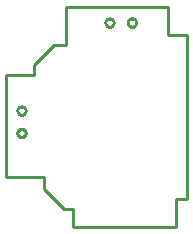
<source format=gbr>
G04 EAGLE Gerber RS-274X export*
G75*
%MOMM*%
%FSLAX34Y34*%
%LPD*%
%IN*%
%IPPOS*%
%AMOC8*
5,1,8,0,0,1.08239X$1,22.5*%
G01*
%ADD10C,0.254000*%


D10*
X0Y42500D02*
X32000Y42500D01*
X32000Y32500D01*
X49000Y15500D01*
X57000Y15500D01*
X57000Y0D01*
X143500Y0D01*
X143500Y24000D01*
X153000Y24000D01*
X153000Y162500D01*
X137000Y162500D01*
X137000Y186000D01*
X50500Y186000D01*
X50500Y154000D01*
X40500Y154000D01*
X23500Y137000D01*
X23500Y129000D01*
X0Y129000D01*
X0Y42500D01*
X9500Y98729D02*
X9560Y99184D01*
X9679Y99627D01*
X9854Y100051D01*
X10084Y100449D01*
X10363Y100813D01*
X10687Y101137D01*
X11051Y101416D01*
X11449Y101646D01*
X11873Y101821D01*
X12316Y101940D01*
X12771Y102000D01*
X13229Y102000D01*
X13684Y101940D01*
X14127Y101821D01*
X14551Y101646D01*
X14949Y101416D01*
X15313Y101137D01*
X15637Y100813D01*
X15916Y100449D01*
X16146Y100051D01*
X16321Y99627D01*
X16440Y99184D01*
X16500Y98729D01*
X16500Y98271D01*
X16440Y97816D01*
X16321Y97373D01*
X16146Y96949D01*
X15916Y96551D01*
X15637Y96187D01*
X15313Y95863D01*
X14949Y95584D01*
X14551Y95354D01*
X14127Y95179D01*
X13684Y95060D01*
X13229Y95000D01*
X12771Y95000D01*
X12316Y95060D01*
X11873Y95179D01*
X11449Y95354D01*
X11051Y95584D01*
X10687Y95863D01*
X10363Y96187D01*
X10084Y96551D01*
X9854Y96949D01*
X9679Y97373D01*
X9560Y97816D01*
X9500Y98271D01*
X9500Y98729D01*
X9500Y79729D02*
X9560Y80184D01*
X9679Y80627D01*
X9854Y81051D01*
X10084Y81449D01*
X10363Y81813D01*
X10687Y82137D01*
X11051Y82416D01*
X11449Y82646D01*
X11873Y82821D01*
X12316Y82940D01*
X12771Y83000D01*
X13229Y83000D01*
X13684Y82940D01*
X14127Y82821D01*
X14551Y82646D01*
X14949Y82416D01*
X15313Y82137D01*
X15637Y81813D01*
X15916Y81449D01*
X16146Y81051D01*
X16321Y80627D01*
X16440Y80184D01*
X16500Y79729D01*
X16500Y79271D01*
X16440Y78816D01*
X16321Y78373D01*
X16146Y77949D01*
X15916Y77551D01*
X15637Y77187D01*
X15313Y76863D01*
X14949Y76584D01*
X14551Y76354D01*
X14127Y76179D01*
X13684Y76060D01*
X13229Y76000D01*
X12771Y76000D01*
X12316Y76060D01*
X11873Y76179D01*
X11449Y76354D01*
X11051Y76584D01*
X10687Y76863D01*
X10363Y77187D01*
X10084Y77551D01*
X9854Y77949D01*
X9679Y78373D01*
X9560Y78816D01*
X9500Y79271D01*
X9500Y79729D01*
X106729Y176500D02*
X107184Y176440D01*
X107627Y176321D01*
X108051Y176146D01*
X108449Y175916D01*
X108813Y175637D01*
X109137Y175313D01*
X109416Y174949D01*
X109646Y174551D01*
X109821Y174127D01*
X109940Y173684D01*
X110000Y173229D01*
X110000Y172771D01*
X109940Y172316D01*
X109821Y171873D01*
X109646Y171449D01*
X109416Y171051D01*
X109137Y170687D01*
X108813Y170363D01*
X108449Y170084D01*
X108051Y169854D01*
X107627Y169679D01*
X107184Y169560D01*
X106729Y169500D01*
X106271Y169500D01*
X105816Y169560D01*
X105373Y169679D01*
X104949Y169854D01*
X104551Y170084D01*
X104187Y170363D01*
X103863Y170687D01*
X103584Y171051D01*
X103354Y171449D01*
X103179Y171873D01*
X103060Y172316D01*
X103000Y172771D01*
X103000Y173229D01*
X103060Y173684D01*
X103179Y174127D01*
X103354Y174551D01*
X103584Y174949D01*
X103863Y175313D01*
X104187Y175637D01*
X104551Y175916D01*
X104949Y176146D01*
X105373Y176321D01*
X105816Y176440D01*
X106271Y176500D01*
X106729Y176500D01*
X87729Y176500D02*
X88184Y176440D01*
X88627Y176321D01*
X89051Y176146D01*
X89449Y175916D01*
X89813Y175637D01*
X90137Y175313D01*
X90416Y174949D01*
X90646Y174551D01*
X90821Y174127D01*
X90940Y173684D01*
X91000Y173229D01*
X91000Y172771D01*
X90940Y172316D01*
X90821Y171873D01*
X90646Y171449D01*
X90416Y171051D01*
X90137Y170687D01*
X89813Y170363D01*
X89449Y170084D01*
X89051Y169854D01*
X88627Y169679D01*
X88184Y169560D01*
X87729Y169500D01*
X87271Y169500D01*
X86816Y169560D01*
X86373Y169679D01*
X85949Y169854D01*
X85551Y170084D01*
X85187Y170363D01*
X84863Y170687D01*
X84584Y171051D01*
X84354Y171449D01*
X84179Y171873D01*
X84060Y172316D01*
X84000Y172771D01*
X84000Y173229D01*
X84060Y173684D01*
X84179Y174127D01*
X84354Y174551D01*
X84584Y174949D01*
X84863Y175313D01*
X85187Y175637D01*
X85551Y175916D01*
X85949Y176146D01*
X86373Y176321D01*
X86816Y176440D01*
X87271Y176500D01*
X87729Y176500D01*
M02*

</source>
